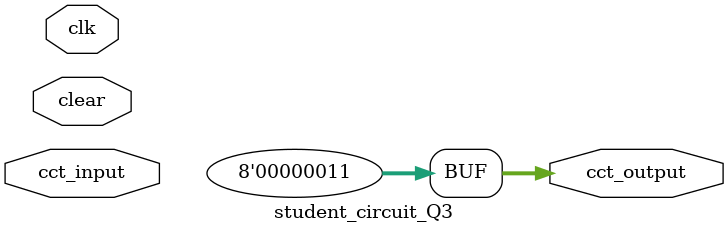
<source format=sv>
module student_circuit_Q3 (
	input wire        clk,
	input wire        clear,
	input wire  [7:0] cct_input,
	output reg  [7:0] cct_output
);

always @ *
	cct_output  = 8'H3;

endmodule

</source>
